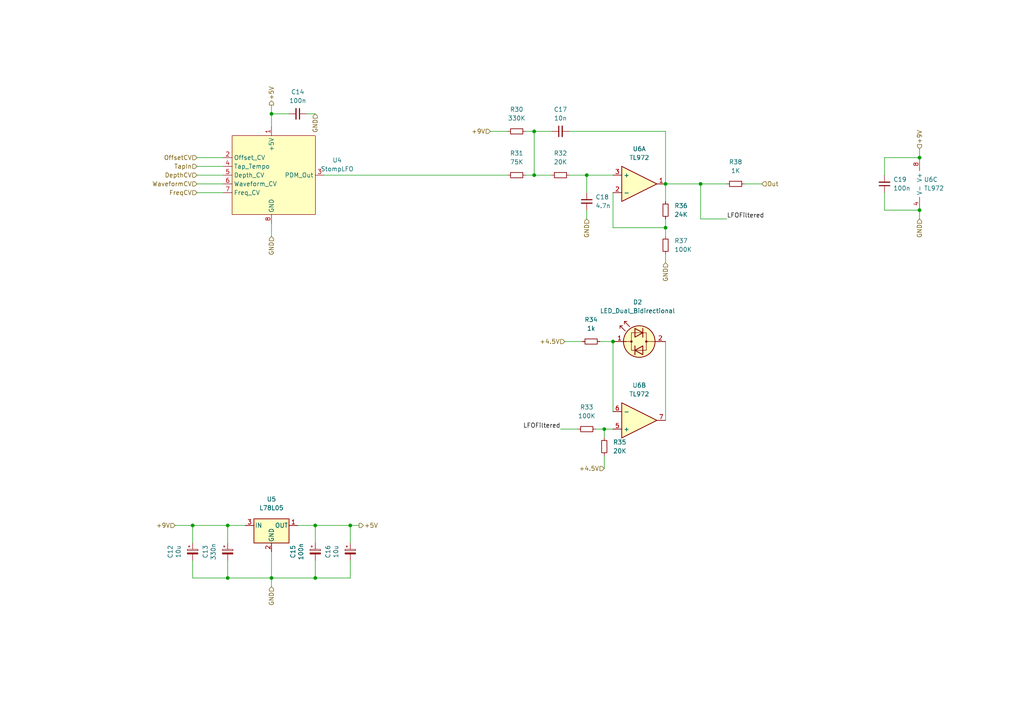
<source format=kicad_sch>
(kicad_sch (version 20211123) (generator eeschema)
  (paper "A4")
  (lib_symbols
    (symbol "Device:C_Polarized_Small" (pin_numbers hide) (pin_names (offset 0.254) hide)
      (property "Reference" "C" (at 0.254 1.778 0))
      (property "Value" "C_Polarized_Small" (at 0.254 -2.032 0))
      (symbol "C_Polarized_Small_0_1"
        (rectangle (start -1.524 -0.3048) (end 1.524 -0.6858) (fill (type outline)))
        (rectangle (start -1.524 0.6858) (end 1.524 0.3048))
        (polyline (pts (xy -1.27 1.524) (xy -0.762 1.524)))
        (polyline (pts (xy -1.016 1.27) (xy -1.016 1.778)))
      )
      (symbol "C_Polarized_Small_1_1"
        (pin passive line (at 0 2.54 270) (length 1.8542) (name "~") (number "1"))
        (pin passive line (at 0 -2.54 90) (length 1.8542) (name "~") (number "2"))
      )
    )
    (symbol "Device:C_Small" (pin_numbers hide) (pin_names (offset 0.254) hide)
      (property "Reference" "C" (at 0.254 1.778 0))
      (property "Value" "C_Small" (at 0.254 -2.032 0))
      (symbol "C_Small_0_1"
        (polyline (pts (xy -1.524 -0.508) (xy 1.524 -0.508)) (stroke (width 0.3302)))
        (polyline (pts (xy -1.524 0.508) (xy 1.524 0.508)) (stroke (width 0.3048)))
      )
      (symbol "C_Small_1_1"
        (pin passive line (at 0 2.54 270) (length 2.032) (name "~") (number "1"))
        (pin passive line (at 0 -2.54 90) (length 2.032) (name "~") (number "2"))
      )
    )
    (symbol "Device:LED_Dual_Bidirectional" (pin_names (offset 0) hide)
      (property "Reference" "D" (at 0 5.715 0))
      (property "Value" "LED_Dual_Bidirectional" (at 0 -6.35 0))
      (symbol "LED_Dual_Bidirectional_0_1"
        (circle (center -2.032 0) (radius 0.254) (fill (type outline)))
        (polyline (pts (xy -4.572 0) (xy -2.54 0)))
        (polyline (pts (xy -2.032 0) (xy -2.54 0)))
        (polyline (pts (xy -1.016 3.81) (xy -1.016 1.27)) (stroke (width 0.254)))
        (polyline (pts (xy 1.27 -1.27) (xy 1.27 -3.81)) (stroke (width 0.254)))
        (polyline (pts (xy 4.064 0) (xy 2.286 0)) (fill (type outline)))
        (polyline (pts (xy 4.318 5.842) (xy 4.318 5.08)) (stroke (width 0.2032)))
        (polyline (pts (xy 5.588 4.572) (xy 5.588 3.81)) (stroke (width 0.2032)))
        (polyline (pts (xy 2.794 4.318) (xy 4.318 5.842) (xy 3.556 5.842)) (stroke (width 0.2032)))
        (polyline (pts (xy 4.064 3.048) (xy 5.588 4.572) (xy 4.826 4.572)) (stroke (width 0.2032)))
        (polyline (pts (xy -1.016 -1.27) (xy -1.016 -3.81) (xy 1.27 -2.54) (xy -1.016 -1.27)) (stroke (width 0.254)))
        (polyline (pts (xy 1.27 3.81) (xy 1.27 1.27) (xy -1.016 2.54) (xy 1.27 3.81)) (stroke (width 0.254)))
        (polyline (pts (xy 2.286 2.54) (xy -2.032 2.54) (xy -2.032 -2.54) (xy 2.286 -2.54) (xy 2.286 2.54)))
        (circle (center 0 0) (radius 4.572) (stroke (width 0.254)) (fill (type background)))
        (circle (center 2.286 0) (radius 0.254) (fill (type outline)))
      )
      (symbol "LED_Dual_Bidirectional_1_1"
        (pin input line (at 7.62 0 180) (length 3.81) (name "KA") (number "1"))
        (pin input line (at -7.62 0 0) (length 3.048) (name "AK") (number "2"))
      )
    )
    (symbol "Device:Opamp_Dual"
      (property "Reference" "U" (at 0 5.08 0))
      (property "Value" "Opamp_Dual" (at 0 -5.08 0))
      (symbol "Opamp_Dual_1_1"
        (polyline (pts (xy -5.08 5.08) (xy 5.08 0) (xy -5.08 -5.08) (xy -5.08 5.08)) (stroke (width 0.254)) (fill (type background)))
        (pin output line (at 7.62 0 180) (length 2.54) (name "~") (number "1"))
        (pin input line (at -7.62 -2.54 0) (length 2.54) (name "-") (number "2"))
        (pin input line (at -7.62 2.54 0) (length 2.54) (name "+") (number "3"))
      )
      (symbol "Opamp_Dual_2_1"
        (polyline (pts (xy -5.08 5.08) (xy 5.08 0) (xy -5.08 -5.08) (xy -5.08 5.08)) (stroke (width 0.254)) (fill (type background)))
        (pin input line (at -7.62 2.54 0) (length 2.54) (name "+") (number "5"))
        (pin input line (at -7.62 -2.54 0) (length 2.54) (name "-") (number "6"))
        (pin output line (at 7.62 0 180) (length 2.54) (name "~") (number "7"))
      )
      (symbol "Opamp_Dual_3_1"
        (pin power_in line (at -2.54 -7.62 90) (length 3.81) (name "V-") (number "4"))
        (pin power_in line (at -2.54 7.62 270) (length 3.81) (name "V+") (number "8"))
      )
    )
    (symbol "Device:R_Small" (pin_numbers hide) (pin_names (offset 0.254) hide)
      (property "Reference" "R" (at 0.762 0.508 0))
      (property "Value" "R_Small" (at 0.762 -1.016 0))
      (symbol "R_Small_0_1"
        (rectangle (start -0.762 1.778) (end 0.762 -1.778) (stroke (width 0.2032)))
      )
      (symbol "R_Small_1_1"
        (pin passive line (at 0 2.54 270) (length 0.762) (name "~") (number "1"))
        (pin passive line (at 0 -2.54 90) (length 0.762) (name "~") (number "2"))
      )
    )
    (symbol "Regulator_Linear:L78L05_SOT89" (pin_names (offset 0.254))
      (property "Reference" "U" (at -3.81 3.175 0))
      (property "Value" "L78L05_SOT89" (at -0.635 3.175 0))
      (symbol "L78L05_SOT89_0_1"
        (rectangle (start -5.08 1.905) (end 5.08 -5.08) (stroke (width 0.254)) (fill (type background)))
      )
      (symbol "L78L05_SOT89_1_1"
        (pin power_out line (at 7.62 0 180) (length 2.54) (name "OUT") (number "1"))
        (pin power_in line (at 0 -7.62 90) (length 2.54) (name "GND") (number "2"))
        (pin power_in line (at -7.62 0 0) (length 2.54) (name "IN") (number "3"))
      )
    )
    (symbol "stomplfo1:StompLFO"
      (property "Reference" "U" (at -11.43 12.7 0))
      (property "Value" "StompLFO" (at -11.43 -12.7 0))
      (symbol "StompLFO_0_1"
        (rectangle (start -11.43 11.43) (end 12.7 -11.43) (fill (type background)))
      )
      (symbol "StompLFO_1_1"
        (pin power_in line (at 0 13.97 270) (length 2.54) (name "+5V") (number "1"))
        (pin input line (at -13.97 5.08 0) (length 2.54) (name "Offset_CV") (number "2"))
        (pin output line (at 15.24 0 180) (length 2.54) (name "PDM_Out") (number "3"))
        (pin input line (at -13.97 2.54 0) (length 2.54) (name "Tap_Tempo") (number "4"))
        (pin input line (at -13.97 0 0) (length 2.54) (name "Depth_CV") (number "5"))
        (pin input line (at -13.97 -2.54 0) (length 2.54) (name "Waveform_CV") (number "6"))
        (pin input line (at -13.97 -5.08 0) (length 2.54) (name "Freq_CV") (number "7"))
        (pin power_in line (at 0 -13.97 90) (length 2.54) (name "GND") (number "8"))
      )
    )
  )
  (junction (at 66.04 167.64))
  (junction (at 78.74 167.64))
  (junction (at 154.94 50.8))
  (junction (at 66.04 152.4))
  (junction (at 91.44 167.64))
  (junction (at 78.74 33.02))
  (junction (at 170.18 50.8))
  (junction (at 266.7 45.72))
  (junction (at 55.88 152.4))
  (junction (at 193.04 53.34))
  (junction (at 266.7 60.96))
  (junction (at 154.94 38.1))
  (junction (at 175.26 124.46))
  (junction (at 177.8 99.06))
  (junction (at 91.44 152.4))
  (junction (at 203.2 53.34))
  (junction (at 101.6 152.4))
  (junction (at 193.04 66.04))
  (wire (pts (xy 142.24 38.1) (xy 147.32 38.1)))
  (wire (pts (xy 57.15 48.26) (xy 64.77 48.26)))
  (wire (pts (xy 177.8 99.06) (xy 177.8 119.38)))
  (wire (pts (xy 66.04 167.64) (xy 78.74 167.64)))
  (wire (pts (xy 66.04 152.4) (xy 71.12 152.4)))
  (wire (pts (xy 193.04 66.04) (xy 193.04 68.58)))
  (wire (pts (xy 91.44 152.4) (xy 91.44 157.48)))
  (wire (pts (xy 66.04 162.56) (xy 66.04 167.64)))
  (wire (pts (xy 193.04 73.66) (xy 193.04 76.2)))
  (wire (pts (xy 55.88 152.4) (xy 66.04 152.4)))
  (wire (pts (xy 66.04 152.4) (xy 66.04 157.48)))
  (wire (pts (xy 256.54 45.72) (xy 256.54 50.8)))
  (wire (pts (xy 101.6 152.4) (xy 101.6 157.48)))
  (wire (pts (xy 154.94 50.8) (xy 160.02 50.8)))
  (wire (pts (xy 266.7 43.18) (xy 266.7 45.72)))
  (wire (pts (xy 57.15 53.34) (xy 64.77 53.34)))
  (wire (pts (xy 91.44 152.4) (xy 101.6 152.4)))
  (wire (pts (xy 215.9 53.34) (xy 220.98 53.34)))
  (wire (pts (xy 165.1 50.8) (xy 170.18 50.8)))
  (wire (pts (xy 170.18 60.96) (xy 170.18 63.5)))
  (wire (pts (xy 91.44 162.56) (xy 91.44 167.64)))
  (wire (pts (xy 78.74 160.02) (xy 78.74 167.64)))
  (wire (pts (xy 152.4 38.1) (xy 154.94 38.1)))
  (wire (pts (xy 256.54 55.88) (xy 256.54 60.96)))
  (wire (pts (xy 57.15 50.8) (xy 64.77 50.8)))
  (wire (pts (xy 177.8 66.04) (xy 193.04 66.04)))
  (wire (pts (xy 101.6 167.64) (xy 91.44 167.64)))
  (wire (pts (xy 78.74 33.02) (xy 83.82 33.02)))
  (wire (pts (xy 101.6 162.56) (xy 101.6 167.64)))
  (wire (pts (xy 88.9 33.02) (xy 91.44 33.02)))
  (wire (pts (xy 78.74 30.48) (xy 78.74 33.02)))
  (wire (pts (xy 170.18 50.8) (xy 177.8 50.8)))
  (wire (pts (xy 193.04 99.06) (xy 193.04 121.92)))
  (wire (pts (xy 175.26 132.08) (xy 175.26 135.89)))
  (wire (pts (xy 256.54 60.96) (xy 266.7 60.96)))
  (wire (pts (xy 173.99 99.06) (xy 177.8 99.06)))
  (wire (pts (xy 193.04 66.04) (xy 193.04 63.5)))
  (wire (pts (xy 175.26 124.46) (xy 175.26 127)))
  (wire (pts (xy 172.72 124.46) (xy 175.26 124.46)))
  (wire (pts (xy 203.2 63.5) (xy 210.82 63.5)))
  (wire (pts (xy 78.74 33.02) (xy 78.74 36.83)))
  (wire (pts (xy 55.88 167.64) (xy 66.04 167.64)))
  (wire (pts (xy 101.6 152.4) (xy 104.14 152.4)))
  (wire (pts (xy 193.04 53.34) (xy 203.2 53.34)))
  (wire (pts (xy 55.88 162.56) (xy 55.88 167.64)))
  (wire (pts (xy 175.26 124.46) (xy 177.8 124.46)))
  (wire (pts (xy 93.98 50.8) (xy 147.32 50.8)))
  (wire (pts (xy 57.15 55.88) (xy 64.77 55.88)))
  (wire (pts (xy 154.94 38.1) (xy 160.02 38.1)))
  (wire (pts (xy 152.4 50.8) (xy 154.94 50.8)))
  (wire (pts (xy 86.36 152.4) (xy 91.44 152.4)))
  (wire (pts (xy 57.15 45.72) (xy 64.77 45.72)))
  (wire (pts (xy 177.8 55.88) (xy 177.8 66.04)))
  (wire (pts (xy 266.7 60.96) (xy 266.7 63.5)))
  (wire (pts (xy 193.04 53.34) (xy 193.04 58.42)))
  (wire (pts (xy 78.74 167.64) (xy 78.74 170.18)))
  (wire (pts (xy 266.7 45.72) (xy 256.54 45.72)))
  (wire (pts (xy 203.2 53.34) (xy 210.82 53.34)))
  (wire (pts (xy 165.1 38.1) (xy 193.04 38.1)))
  (wire (pts (xy 154.94 38.1) (xy 154.94 50.8)))
  (wire (pts (xy 55.88 152.4) (xy 55.88 157.48)))
  (wire (pts (xy 193.04 38.1) (xy 193.04 53.34)))
  (wire (pts (xy 78.74 167.64) (xy 91.44 167.64)))
  (wire (pts (xy 163.83 99.06) (xy 168.91 99.06)))
  (wire (pts (xy 78.74 64.77) (xy 78.74 68.58)))
  (wire (pts (xy 203.2 53.34) (xy 203.2 63.5)))
  (wire (pts (xy 170.18 50.8) (xy 170.18 55.88)))
  (wire (pts (xy 162.56 124.46) (xy 167.64 124.46)))
  (wire (pts (xy 50.8 152.4) (xy 55.88 152.4)))
  (label "LFOFiltered" (at 162.56 124.46 180))
  (label "LFOFiltered" (at 210.82 63.5 0))
  (hierarchical_label "GND" (shape input) (at 170.18 63.5 270))
  (hierarchical_label "OffsetCV" (shape input) (at 57.15 45.72 180))
  (hierarchical_label "GND" (shape input) (at 266.7 63.5 270))
  (hierarchical_label "GND" (shape input) (at 91.44 33.02 270))
  (hierarchical_label "Out" (shape input) (at 220.98 53.34 0))
  (hierarchical_label "+9V" (shape input) (at 142.24 38.1 180))
  (hierarchical_label "+4.5V" (shape input) (at 163.83 99.06 180))
  (hierarchical_label "GND" (shape input) (at 78.74 68.58 270))
  (hierarchical_label "+4.5V" (shape input) (at 175.26 135.89 180))
  (hierarchical_label "GND" (shape input) (at 78.74 170.18 270))
  (hierarchical_label "+9V" (shape input) (at 50.8 152.4 180))
  (hierarchical_label "DepthCV" (shape input) (at 57.15 50.8 180))
  (hierarchical_label "+9V" (shape input) (at 266.7 43.18 90))
  (hierarchical_label "+5V" (shape output) (at 78.74 30.48 90))
  (hierarchical_label "TapIn" (shape input) (at 57.15 48.26 180))
  (hierarchical_label "FreqCV" (shape input) (at 57.15 55.88 180))
  (hierarchical_label "GND" (shape input) (at 193.04 76.2 270))
  (hierarchical_label "WaveformCV" (shape input) (at 57.15 53.34 180))
  (hierarchical_label "+5V" (shape output) (at 104.14 152.4 0))
  (symbol (lib_id "Device:R_Small") (at 193.04 71.12 180) (unit 1)
    (property "Reference" "R37" (at 195.58 69.8499 0) (effects (justify right)))
    (property "Value" "100K" (at 195.58 72.3899 0) (effects (justify right)))
    (property "Footprint" "Resistor_SMD:R_0603_1608Metric_Pad0.98x0.95mm_HandSolder" (effects hide))
    (property "LCSC" "C25803" (effects hide))
  )
  (symbol (lib_id "Device:C_Polarized_Small") (at 101.6 160.02 0) (unit 1)
    (property "Reference" "C16" (at 95.123 160.02 90))
    (property "Value" "10u" (at 97.4344 160.02 90))
    (property "Footprint" "Capacitor_Tantalum_SMD:CP_EIA-3216-10_Kemet-I_Pad1.58x1.35mm_HandSolder" (effects hide))
    (property "LCSC" "C128254" (effects hide))
  )
  (symbol (lib_id "Device:R_Small") (at 149.86 38.1 90) (unit 1)
    (property "Reference" "R30" (at 149.86 31.75 90))
    (property "Value" "330K" (at 149.86 34.29 90))
    (property "Footprint" "Resistor_SMD:R_0603_1608Metric_Pad0.98x0.95mm_HandSolder" (effects hide))
    (property "LCSC" "C23137" (effects hide))
  )
  (symbol (lib_id "Device:R_Small") (at 193.04 60.96 180) (unit 1)
    (property "Reference" "R36" (at 195.58 59.6899 0) (effects (justify right)))
    (property "Value" "24K" (at 195.58 62.2299 0) (effects (justify right)))
    (property "Footprint" "Resistor_SMD:R_0603_1608Metric_Pad0.98x0.95mm_HandSolder" (effects hide))
    (property "LCSC" "C23352" (effects hide))
  )
  (symbol (lib_id "Device:C_Polarized_Small") (at 91.44 160.02 0) (unit 1)
    (property "Reference" "C15" (at 84.963 160.02 90))
    (property "Value" "100n" (at 87.2744 160.02 90))
    (property "Footprint" "Capacitor_Tantalum_SMD:CP_EIA-3216-10_Kemet-I_Pad1.58x1.35mm_HandSolder" (effects hide))
    (property "LCSC" "C1952859" (effects hide))
  )
  (symbol (lib_id "Device:R_Small") (at 171.45 99.06 270) (unit 1)
    (property "Reference" "R34" (at 171.45 92.71 90))
    (property "Value" "1k" (at 171.45 95.25 90))
    (property "Footprint" "Resistor_SMD:R_0603_1608Metric_Pad0.98x0.95mm_HandSolder" (effects hide))
    (property "LCSC" "C21190" (effects hide))
  )
  (symbol (lib_id "Device:Opamp_Dual") (at 269.24 53.34 0) (unit 3)
    (property "Reference" "U6" (at 267.97 52.0699 0) (effects (justify left)))
    (property "Value" "TL972" (at 267.97 54.6099 0) (effects (justify left)))
    (property "Footprint" "Package_SO:SOIC-8_3.9x4.9mm_P1.27mm" (effects hide))
    (property "LCSC" "C46127" (effects hide))
  )
  (symbol (lib_id "stomplfo1:StompLFO") (at 78.74 50.8 0) (unit 1)
    (property "Reference" "U4" (at 97.79 46.4693 0))
    (property "Value" "StompLFO" (at 97.79 49.0093 0))
    (property "Footprint" "Package_SO:SOIC-8_3.9x4.9mm_P1.27mm" (effects hide))
  )
  (symbol (lib_id "Device:R_Small") (at 162.56 50.8 90) (unit 1)
    (property "Reference" "R32" (at 162.56 44.45 90))
    (property "Value" "20K" (at 162.56 46.99 90))
    (property "Footprint" "Resistor_SMD:R_0603_1608Metric_Pad0.98x0.95mm_HandSolder" (effects hide))
    (property "LCSC" "C4184" (effects hide))
  )
  (symbol (lib_id "Device:Opamp_Dual") (at 185.42 53.34 0) (unit 1)
    (property "Reference" "U6" (at 185.42 43.18 0))
    (property "Value" "TL972" (at 185.42 45.72 0))
    (property "Footprint" "Package_SO:SOIC-8_3.9x4.9mm_P1.27mm" (effects hide))
    (property "LCSC" "C46127" (effects hide))
  )
  (symbol (lib_id "Device:C_Small") (at 162.56 38.1 90) (unit 1)
    (property "Reference" "C17" (at 162.5663 31.75 90))
    (property "Value" "10n" (at 162.5663 34.29 90))
    (property "Footprint" "Capacitor_SMD:C_0603_1608Metric_Pad1.08x0.95mm_HandSolder" (effects hide))
    (property "LCSC" "C57112" (effects hide))
  )
  (symbol (lib_id "Device:R_Small") (at 175.26 129.54 180) (unit 1)
    (property "Reference" "R35" (at 177.8 128.2699 0) (effects (justify right)))
    (property "Value" "20K" (at 177.8 130.8099 0) (effects (justify right)))
    (property "Footprint" "Resistor_SMD:R_0603_1608Metric_Pad0.98x0.95mm_HandSolder" (effects hide))
    (property "LCSC" "C4184" (effects hide))
  )
  (symbol (lib_id "Device:C_Small") (at 170.18 58.42 0) (unit 1)
    (property "Reference" "C18" (at 172.72 57.1562 0) (effects (justify left)))
    (property "Value" "4.7n" (at 172.72 59.6962 0) (effects (justify left)))
    (property "Footprint" "Capacitor_SMD:C_0603_1608Metric_Pad1.08x0.95mm_HandSolder" (effects hide))
    (property "LCSC" "C85980" (effects hide))
  )
  (symbol (lib_id "Device:C_Polarized_Small") (at 55.88 160.02 0) (unit 1)
    (property "Reference" "C12" (at 49.403 160.02 90))
    (property "Value" "10u" (at 51.7144 160.02 90))
    (property "Footprint" "Capacitor_Tantalum_SMD:CP_EIA-3216-10_Kemet-I_Pad1.58x1.35mm_HandSolder" (effects hide))
    (property "LCSC" "C128254" (effects hide))
  )
  (symbol (lib_id "Device:R_Small") (at 149.86 50.8 90) (unit 1)
    (property "Reference" "R31" (at 149.86 44.45 90))
    (property "Value" "75K" (at 149.86 46.99 90))
    (property "Footprint" "Resistor_SMD:R_0603_1608Metric_Pad0.98x0.95mm_HandSolder" (effects hide))
    (property "LCSC" "C23242" (effects hide))
  )
  (symbol (lib_id "Device:LED_Dual_Bidirectional") (at 185.42 99.06 0) (mirror y) (unit 1)
    (property "Reference" "D2" (at 184.9247 87.63 0))
    (property "Value" "LED_Dual_Bidirectional" (at 184.9247 90.17 0))
    (property "Footprint" "LED_THT:LED_D3.0mm" (effects hide))
  )
  (symbol (lib_id "Device:C_Small") (at 86.36 33.02 270) (unit 1)
    (property "Reference" "C14" (at 86.3536 26.67 90))
    (property "Value" "100n" (at 86.3536 29.21 90))
    (property "Footprint" "Capacitor_SMD:C_0603_1608Metric_Pad1.08x0.95mm_HandSolder" (effects hide))
    (property "LCSC" "C497032" (effects hide))
  )
  (symbol (lib_id "Regulator_Linear:L78L05_SOT89") (at 78.74 152.4 0) (unit 1)
    (property "Reference" "U5" (at 78.74 144.78 0))
    (property "Value" "L78L05" (at 78.74 147.32 0))
    (property "Footprint" "Package_TO_SOT_SMD:SOT-89-3" (effects hide))
    (property "Datasheet" "http://www.st.com/content/ccc/resource/technical/document/datasheet/15/55/e5/aa/23/5b/43/fd/CD00000446.pdf/files/CD00000446.pdf/jcr:content/translations/en.CD00000446.pdf" (effects hide))
    (property "LCSC" "C347258" (effects hide))
    (property "Mouser" "511-L78L05ABU" (effects hide))
  )
  (symbol (lib_id "Device:R_Small") (at 170.18 124.46 90) (unit 1)
    (property "Reference" "R33" (at 170.18 118.11 90))
    (property "Value" "100K" (at 170.18 120.65 90))
    (property "Footprint" "Resistor_SMD:R_0603_1608Metric_Pad0.98x0.95mm_HandSolder" (effects hide))
    (property "LCSC" "C25803" (effects hide))
  )
  (symbol (lib_id "Device:C_Small") (at 256.54 53.34 180) (unit 1)
    (property "Reference" "C19" (at 259.08 52.0635 0) (effects (justify right)))
    (property "Value" "100n" (at 259.08 54.6035 0) (effects (justify right)))
    (property "Footprint" "Capacitor_SMD:C_0603_1608Metric_Pad1.08x0.95mm_HandSolder" (effects hide))
    (property "LCSC" "C497032" (effects hide))
  )
  (symbol (lib_id "Device:Opamp_Dual") (at 185.42 121.92 0) (mirror x) (unit 2)
    (property "Reference" "U6" (at 185.42 111.76 0))
    (property "Value" "TL972" (at 185.42 114.3 0))
    (property "Footprint" "Package_SO:SOIC-8_3.9x4.9mm_P1.27mm" (effects hide))
    (property "LCSC" "C46127" (effects hide))
  )
  (symbol (lib_id "Device:C_Polarized_Small") (at 66.04 160.02 0) (unit 1)
    (property "Reference" "C13" (at 59.563 160.02 90))
    (property "Value" "330n" (at 61.8744 160.02 90))
    (property "Footprint" "Capacitor_Tantalum_SMD:CP_EIA-3216-10_Kemet-I_Pad1.58x1.35mm_HandSolder" (effects hide))
    (property "LCSC" "C212667" (effects hide))
  )
  (symbol (lib_id "Device:R_Small") (at 213.36 53.34 270) (unit 1)
    (property "Reference" "R38" (at 213.36 46.99 90))
    (property "Value" "1K" (at 213.36 49.53 90))
    (property "Footprint" "Resistor_SMD:R_0603_1608Metric_Pad0.98x0.95mm_HandSolder" (effects hide))
    (property "LCSC" "C21190" (effects hide))
  )
)
</source>
